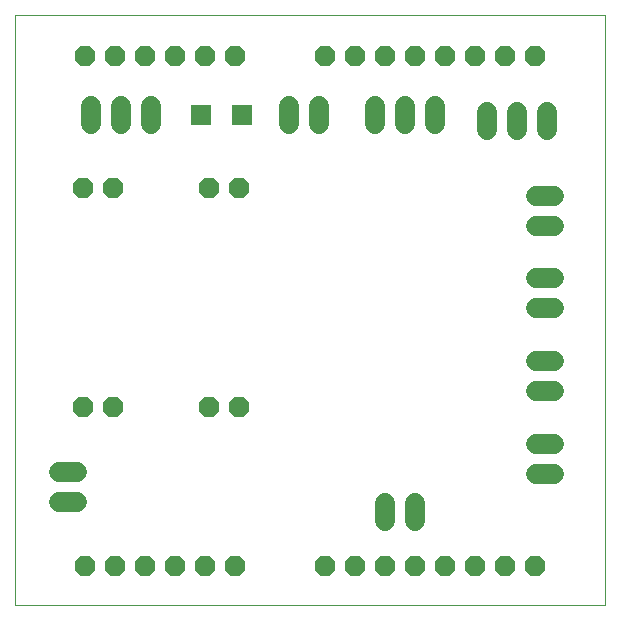
<source format=gbs>
G75*
%MOIN*%
%OFA0B0*%
%FSLAX24Y24*%
%IPPOS*%
%LPD*%
%AMOC8*
5,1,8,0,0,1.08239X$1,22.5*
%
%ADD10C,0.0000*%
%ADD11C,0.0680*%
%ADD12OC8,0.0680*%
%ADD13R,0.0671X0.0671*%
D10*
X000415Y000100D02*
X000415Y019785D01*
X020100Y019785D01*
X020100Y000100D01*
X000415Y000100D01*
D11*
X001887Y003537D02*
X002487Y003537D01*
X002487Y004537D02*
X001887Y004537D01*
X012762Y003496D02*
X012762Y002896D01*
X013762Y002896D02*
X013762Y003496D01*
X017785Y004458D02*
X018385Y004458D01*
X018385Y005458D02*
X017785Y005458D01*
X017779Y007236D02*
X018379Y007236D01*
X018379Y008236D02*
X017779Y008236D01*
X017781Y009992D02*
X018381Y009992D01*
X018381Y010992D02*
X017781Y010992D01*
X017785Y012742D02*
X018385Y012742D01*
X018385Y013742D02*
X017785Y013742D01*
X018148Y015942D02*
X018148Y016542D01*
X017148Y016542D02*
X017148Y015942D01*
X016148Y015942D02*
X016148Y016542D01*
X014407Y016739D02*
X014407Y016139D01*
X013407Y016139D02*
X013407Y016739D01*
X012407Y016739D02*
X012407Y016139D01*
X010561Y016139D02*
X010561Y016739D01*
X009561Y016739D02*
X009561Y016139D01*
X004959Y016139D02*
X004959Y016739D01*
X003959Y016739D02*
X003959Y016139D01*
X002959Y016139D02*
X002959Y016739D01*
D12*
X002750Y018419D03*
X003750Y018419D03*
X004750Y018419D03*
X005750Y018419D03*
X006750Y018419D03*
X007750Y018419D03*
X010750Y018419D03*
X011750Y018419D03*
X012750Y018419D03*
X013750Y018419D03*
X014750Y018419D03*
X015750Y018419D03*
X016750Y018419D03*
X017750Y018419D03*
X007890Y014006D03*
X006890Y014006D03*
X003690Y014006D03*
X002690Y014006D03*
X002690Y006706D03*
X003690Y006706D03*
X006890Y006706D03*
X007890Y006706D03*
X007750Y001419D03*
X006750Y001419D03*
X005750Y001419D03*
X004750Y001419D03*
X003750Y001419D03*
X002750Y001419D03*
X010750Y001419D03*
X011750Y001419D03*
X012750Y001419D03*
X013750Y001419D03*
X014750Y001419D03*
X015750Y001419D03*
X016750Y001419D03*
X017750Y001419D03*
D13*
X007994Y016439D03*
X006616Y016439D03*
M02*

</source>
